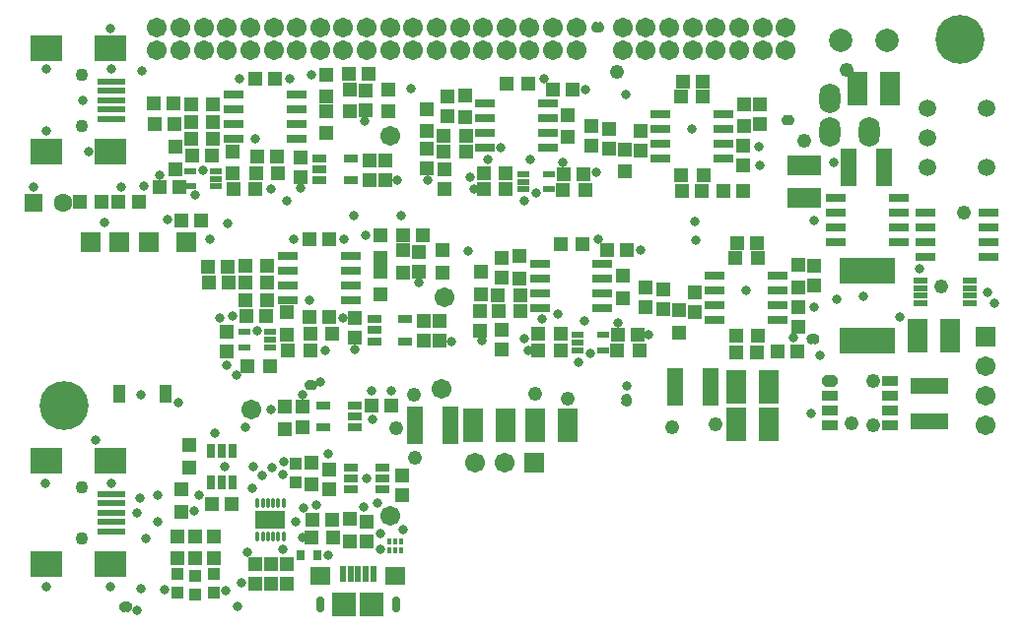
<source format=gts>
G04 Layer_Color=8388736*
%FSLAX43Y43*%
%MOMM*%
G71*
G01*
G75*
%ADD75R,0.250X0.900*%
%ADD76R,0.900X0.250*%
%ADD77R,2.703X2.203*%
%ADD78R,2.402X0.602*%
%ADD79R,1.703X1.703*%
%ADD80R,4.703X2.203*%
%ADD81R,0.350X0.620*%
%ADD82R,2.103X2.103*%
%ADD83R,1.803X1.603*%
%ADD84R,0.500X1.450*%
%ADD85R,1.103X1.603*%
%ADD86R,1.290X0.490*%
%ADD87R,1.010X0.510*%
%ADD88R,1.003X1.003*%
%ADD89R,0.803X1.253*%
%ADD90R,1.253X0.803*%
G04:AMPARAMS|DCode=91|XSize=0.965mm|YSize=1.346mm|CornerRadius=0mm|HoleSize=0mm|Usage=FLASHONLY|Rotation=270.000|XOffset=0mm|YOffset=0mm|HoleType=Round|Shape=Octagon|*
%AMOCTAGOND91*
4,1,8,0.673,0.241,0.673,-0.241,0.432,-0.483,-0.432,-0.483,-0.673,-0.241,-0.673,0.241,-0.432,0.483,0.432,0.483,0.673,0.241,0.0*
%
%ADD91OCTAGOND91*%

%ADD92R,1.346X0.965*%
%ADD93R,1.690X0.740*%
%ADD94R,0.740X0.940*%
%ADD95R,1.403X3.203*%
%ADD96R,3.203X1.403*%
%ADD97R,1.203X1.203*%
%ADD98R,1.203X1.203*%
%ADD99R,1.803X2.903*%
%ADD100R,2.903X1.803*%
%ADD101R,1.303X1.203*%
%ADD102R,1.203X1.303*%
%ADD103O,0.310X0.910*%
%ADD104R,2.610X1.610*%
%ADD105C,1.103*%
%ADD106C,1.703*%
%ADD107O,0.703X1.403*%
%ADD108C,1.600*%
%ADD109R,1.600X1.600*%
%ADD110C,1.503*%
%ADD111C,4.203*%
%ADD112O,1.803X2.603*%
%ADD113C,2.003*%
%ADD114R,1.703X1.703*%
%ADD115C,0.813*%
%ADD116C,1.219*%
G36*
X52413Y19472D02*
X52423Y19469D01*
X52570Y19409D01*
X52578Y19404D01*
X52586Y19398D01*
X52699Y19285D01*
X52705Y19277D01*
X52710Y19269D01*
X52770Y19122D01*
X52773Y19112D01*
X52774Y19103D01*
Y19023D01*
X52773Y19013D01*
X52770Y19004D01*
X52766Y18995D01*
X52760Y18987D01*
X52752Y18981D01*
X52743Y18977D01*
X52734Y18974D01*
X52724Y18973D01*
X51924D01*
X51914Y18974D01*
X51905Y18977D01*
X51896Y18981D01*
X51888Y18987D01*
X51882Y18995D01*
X51878Y19004D01*
X51875Y19013D01*
X51874Y19023D01*
Y19103D01*
X51875Y19112D01*
X51875Y19115D01*
X51878Y19122D01*
X51938Y19269D01*
X51943Y19277D01*
X51949Y19285D01*
X52062Y19398D01*
X52069Y19404D01*
X52078Y19409D01*
X52225Y19469D01*
X52235Y19472D01*
X52244Y19473D01*
X52404D01*
X52413Y19472D01*
D02*
G37*
G36*
X25107Y20693D02*
X25116Y20690D01*
X25125Y20686D01*
X25132Y20679D01*
X25139Y20672D01*
X25143Y20663D01*
X25146Y20654D01*
X25147Y20644D01*
Y19844D01*
X25146Y19834D01*
X25143Y19825D01*
X25139Y19816D01*
X25132Y19808D01*
X25125Y19802D01*
X25116Y19797D01*
X25107Y19795D01*
X25097Y19794D01*
X25017D01*
X25007Y19795D01*
X25005Y19795D01*
X24998Y19797D01*
X24851Y19858D01*
X24842Y19863D01*
X24835Y19869D01*
X24722Y19982D01*
X24716Y19989D01*
X24711Y19998D01*
X24650Y20145D01*
X24648Y20154D01*
X24647Y20164D01*
Y20244D01*
Y20323D01*
X24648Y20333D01*
X24648Y20335D01*
X24650Y20343D01*
X24711Y20490D01*
X24716Y20498D01*
X24722Y20506D01*
X24835Y20618D01*
X24842Y20625D01*
X24851Y20629D01*
X24998Y20690D01*
X25007Y20693D01*
X25017Y20694D01*
X25097D01*
X25107Y20693D01*
D02*
G37*
G36*
X25386D02*
X25396Y20690D01*
X25543Y20629D01*
X25551Y20625D01*
X25559Y20618D01*
X25671Y20506D01*
X25678Y20498D01*
X25682Y20490D01*
X25743Y20343D01*
X25746Y20333D01*
X25747Y20323D01*
Y20244D01*
Y20164D01*
X25746Y20154D01*
X25743Y20145D01*
X25682Y19998D01*
X25678Y19989D01*
X25671Y19982D01*
X25559Y19869D01*
X25551Y19863D01*
X25543Y19858D01*
X25396Y19797D01*
X25386Y19795D01*
X25376Y19794D01*
X25297D01*
X25287Y19795D01*
X25278Y19797D01*
X25269Y19802D01*
X25261Y19808D01*
X25255Y19816D01*
X25250Y19825D01*
X25248Y19834D01*
X25247Y19844D01*
Y20644D01*
X25248Y20654D01*
X25250Y20663D01*
X25255Y20672D01*
X25261Y20679D01*
X25269Y20686D01*
X25278Y20690D01*
X25287Y20693D01*
X25297Y20694D01*
X25376D01*
X25386Y20693D01*
D02*
G37*
G36*
X9232Y1618D02*
X9241Y1615D01*
X9250Y1610D01*
X9257Y1604D01*
X9264Y1596D01*
X9268Y1588D01*
X9271Y1578D01*
X9272Y1568D01*
Y768D01*
X9271Y759D01*
X9268Y749D01*
X9264Y740D01*
X9257Y733D01*
X9250Y727D01*
X9241Y722D01*
X9232Y719D01*
X9222Y718D01*
X9142D01*
X9132Y719D01*
X9130Y720D01*
X9123Y722D01*
X8976Y783D01*
X8967Y788D01*
X8960Y794D01*
X8847Y906D01*
X8841Y914D01*
X8836Y923D01*
X8775Y1070D01*
X8773Y1079D01*
X8772Y1089D01*
Y1168D01*
Y1248D01*
X8773Y1258D01*
X8773Y1260D01*
X8775Y1267D01*
X8836Y1414D01*
X8841Y1423D01*
X8847Y1431D01*
X8960Y1543D01*
X8967Y1549D01*
X8976Y1554D01*
X9123Y1615D01*
X9132Y1618D01*
X9142Y1619D01*
X9222D01*
X9232Y1618D01*
D02*
G37*
G36*
X9511D02*
X9521Y1615D01*
X9668Y1554D01*
X9676Y1549D01*
X9684Y1543D01*
X9796Y1431D01*
X9803Y1423D01*
X9807Y1414D01*
X9868Y1267D01*
X9871Y1258D01*
X9872Y1248D01*
Y1168D01*
Y1089D01*
X9871Y1079D01*
X9868Y1070D01*
X9807Y923D01*
X9803Y914D01*
X9796Y906D01*
X9684Y794D01*
X9676Y788D01*
X9668Y783D01*
X9521Y722D01*
X9511Y719D01*
X9501Y718D01*
X9422D01*
X9412Y719D01*
X9403Y722D01*
X9394Y727D01*
X9386Y733D01*
X9380Y740D01*
X9375Y749D01*
X9373Y759D01*
X9372Y768D01*
Y1568D01*
X9373Y1578D01*
X9375Y1588D01*
X9380Y1596D01*
X9386Y1604D01*
X9394Y1610D01*
X9403Y1615D01*
X9412Y1618D01*
X9422Y1619D01*
X9501D01*
X9511Y1618D01*
D02*
G37*
G36*
X52734Y18872D02*
X52743Y18869D01*
X52752Y18865D01*
X52760Y18859D01*
X52766Y18851D01*
X52770Y18842D01*
X52773Y18833D01*
X52774Y18823D01*
Y18743D01*
X52773Y18734D01*
X52770Y18724D01*
X52710Y18577D01*
X52705Y18569D01*
X52699Y18561D01*
X52586Y18448D01*
X52578Y18442D01*
X52570Y18437D01*
X52423Y18377D01*
X52413Y18374D01*
X52404Y18373D01*
X52244D01*
X52235Y18374D01*
X52232Y18374D01*
X52225Y18377D01*
X52078Y18437D01*
X52069Y18442D01*
X52062Y18448D01*
X51949Y18561D01*
X51943Y18569D01*
X51938Y18577D01*
X51878Y18724D01*
X51875Y18734D01*
X51874Y18743D01*
Y18823D01*
X51875Y18833D01*
X51878Y18842D01*
X51882Y18851D01*
X51888Y18859D01*
X51896Y18865D01*
X51905Y18869D01*
X51914Y18872D01*
X51924Y18873D01*
X52724D01*
X52734Y18872D01*
D02*
G37*
G36*
X66382Y43477D02*
X66391Y43474D01*
X66538Y43413D01*
X66547Y43408D01*
X66554Y43402D01*
X66667Y43290D01*
X66673Y43282D01*
X66678Y43273D01*
X66739Y43126D01*
X66742Y43117D01*
X66743Y43107D01*
Y43028D01*
Y42948D01*
X66742Y42938D01*
X66739Y42929D01*
X66678Y42782D01*
X66673Y42773D01*
X66667Y42765D01*
X66555Y42653D01*
X66547Y42647D01*
X66538Y42642D01*
X66391Y42581D01*
X66382Y42578D01*
X66372Y42577D01*
X66292D01*
X66283Y42578D01*
X66273Y42581D01*
X66264Y42586D01*
X66257Y42592D01*
X66251Y42600D01*
X66246Y42608D01*
X66243Y42618D01*
X66242Y42628D01*
Y43428D01*
X66243Y43437D01*
X66246Y43447D01*
X66251Y43456D01*
X66257Y43463D01*
X66264Y43469D01*
X66273Y43474D01*
X66283Y43477D01*
X66292Y43478D01*
X66372D01*
X66382Y43477D01*
D02*
G37*
G36*
X49770Y51452D02*
X49779Y51450D01*
X49788Y51445D01*
X49796Y51439D01*
X49802Y51431D01*
X49807Y51422D01*
X49809Y51413D01*
X49810Y51403D01*
Y50603D01*
X49809Y50593D01*
X49807Y50584D01*
X49802Y50575D01*
X49796Y50568D01*
X49788Y50561D01*
X49779Y50557D01*
X49770Y50554D01*
X49760Y50553D01*
X49681D01*
X49671Y50554D01*
X49669Y50555D01*
X49661Y50557D01*
X49514Y50618D01*
X49506Y50622D01*
X49498Y50629D01*
X49386Y50741D01*
X49379Y50749D01*
X49375Y50757D01*
X49314Y50904D01*
X49311Y50914D01*
X49310Y50924D01*
Y51003D01*
Y51083D01*
X49311Y51093D01*
X49312Y51095D01*
X49314Y51102D01*
X49375Y51249D01*
X49379Y51258D01*
X49386Y51265D01*
X49498Y51378D01*
X49506Y51384D01*
X49514Y51389D01*
X49661Y51450D01*
X49671Y51452D01*
X49681Y51453D01*
X49760D01*
X49770Y51452D01*
D02*
G37*
G36*
X50050D02*
X50059Y51450D01*
X50206Y51389D01*
X50215Y51384D01*
X50222Y51378D01*
X50335Y51265D01*
X50341Y51258D01*
X50346Y51249D01*
X50407Y51102D01*
X50409Y51093D01*
X50410Y51083D01*
Y51003D01*
Y50924D01*
X50409Y50914D01*
X50407Y50904D01*
X50346Y50757D01*
X50341Y50749D01*
X50335Y50741D01*
X50222Y50629D01*
X50215Y50622D01*
X50206Y50618D01*
X50059Y50557D01*
X50050Y50554D01*
X50040Y50553D01*
X49960D01*
X49950Y50554D01*
X49941Y50557D01*
X49932Y50561D01*
X49925Y50568D01*
X49918Y50575D01*
X49914Y50584D01*
X49911Y50593D01*
X49910Y50603D01*
Y51403D01*
X49911Y51413D01*
X49914Y51422D01*
X49918Y51431D01*
X49925Y51439D01*
X49932Y51445D01*
X49941Y51450D01*
X49950Y51452D01*
X49960Y51453D01*
X50040D01*
X50050Y51452D01*
D02*
G37*
G36*
X68261Y24655D02*
X68271Y24653D01*
X68279Y24648D01*
X68287Y24642D01*
X68293Y24634D01*
X68298Y24625D01*
X68301Y24616D01*
X68302Y24606D01*
Y23806D01*
X68301Y23796D01*
X68298Y23787D01*
X68293Y23778D01*
X68287Y23771D01*
X68279Y23764D01*
X68271Y23760D01*
X68261Y23757D01*
X68251Y23756D01*
X68172D01*
X68162Y23757D01*
X68160Y23758D01*
X68153Y23760D01*
X68006Y23821D01*
X67997Y23825D01*
X67989Y23832D01*
X67877Y23944D01*
X67871Y23952D01*
X67866Y23960D01*
X67805Y24107D01*
X67802Y24117D01*
X67801Y24127D01*
Y24206D01*
Y24286D01*
X67802Y24296D01*
X67803Y24298D01*
X67805Y24305D01*
X67866Y24452D01*
X67871Y24461D01*
X67877Y24468D01*
X67989Y24581D01*
X67997Y24587D01*
X68006Y24592D01*
X68153Y24653D01*
X68162Y24655D01*
X68172Y24656D01*
X68251D01*
X68261Y24655D01*
D02*
G37*
G36*
X68541D02*
X68550Y24653D01*
X68697Y24592D01*
X68706Y24587D01*
X68714Y24581D01*
X68826Y24468D01*
X68832Y24461D01*
X68837Y24452D01*
X68898Y24305D01*
X68901Y24296D01*
X68902Y24286D01*
Y24206D01*
Y24127D01*
X68901Y24117D01*
X68898Y24107D01*
X68837Y23960D01*
X68832Y23952D01*
X68826Y23944D01*
X68714Y23832D01*
X68706Y23825D01*
X68697Y23821D01*
X68550Y23760D01*
X68541Y23757D01*
X68531Y23756D01*
X68451D01*
X68442Y23757D01*
X68432Y23760D01*
X68423Y23764D01*
X68416Y23771D01*
X68410Y23778D01*
X68405Y23787D01*
X68402Y23796D01*
X68401Y23806D01*
Y24606D01*
X68402Y24616D01*
X68405Y24625D01*
X68410Y24634D01*
X68416Y24642D01*
X68423Y24648D01*
X68432Y24653D01*
X68442Y24655D01*
X68451Y24656D01*
X68531D01*
X68541Y24655D01*
D02*
G37*
G36*
X66102Y43477D02*
X66112Y43474D01*
X66120Y43469D01*
X66128Y43463D01*
X66134Y43456D01*
X66139Y43447D01*
X66142Y43437D01*
X66143Y43428D01*
Y42628D01*
X66142Y42618D01*
X66139Y42608D01*
X66134Y42600D01*
X66128Y42592D01*
X66120Y42586D01*
X66112Y42581D01*
X66102Y42578D01*
X66092Y42577D01*
X66013D01*
X66003Y42578D01*
X66001Y42579D01*
X65994Y42581D01*
X65847Y42642D01*
X65838Y42647D01*
X65830Y42653D01*
X65718Y42765D01*
X65712Y42773D01*
X65707Y42782D01*
X65646Y42929D01*
X65643Y42938D01*
X65642Y42948D01*
Y43028D01*
Y43107D01*
X65643Y43117D01*
X65644Y43119D01*
X65646Y43126D01*
X65707Y43273D01*
X65712Y43282D01*
X65718Y43290D01*
X65830Y43402D01*
X65838Y43408D01*
X65847Y43413D01*
X65994Y43474D01*
X66003Y43477D01*
X66013Y43478D01*
X66092D01*
X66102Y43477D01*
D02*
G37*
D75*
X49860Y51003D02*
D03*
X25197Y20244D02*
D03*
X68351Y24206D02*
D03*
X66192Y43028D02*
D03*
X9322Y1168D02*
D03*
D76*
X52324Y18923D02*
D03*
D77*
X2500Y4800D02*
D03*
Y13700D02*
D03*
X8000Y4800D02*
D03*
Y13700D02*
D03*
Y49200D02*
D03*
Y40300D02*
D03*
X2500Y49200D02*
D03*
Y40300D02*
D03*
D78*
X8100Y7650D02*
D03*
Y8450D02*
D03*
Y9250D02*
D03*
Y10050D02*
D03*
Y10850D02*
D03*
Y46350D02*
D03*
Y45550D02*
D03*
Y44750D02*
D03*
Y43950D02*
D03*
Y43150D02*
D03*
D79*
X14513Y32490D02*
D03*
X11263D02*
D03*
X8763D02*
D03*
X6263D02*
D03*
X44399Y13589D02*
D03*
D80*
X73025Y24051D02*
D03*
Y30051D02*
D03*
D81*
X31961Y6786D02*
D03*
X32461D02*
D03*
X32961D02*
D03*
Y6016D02*
D03*
X32461D02*
D03*
X31961D02*
D03*
D82*
X30461Y1346D02*
D03*
X28061D02*
D03*
D83*
X32461Y3796D02*
D03*
X26061D02*
D03*
D84*
X30561Y4021D02*
D03*
X29911D02*
D03*
X29261D02*
D03*
X28611D02*
D03*
X27961D02*
D03*
D85*
X8719Y19507D02*
D03*
X12719D02*
D03*
D86*
X81794Y27926D02*
D03*
X77574D02*
D03*
X81794Y27276D02*
D03*
Y28576D02*
D03*
Y29226D02*
D03*
X77574Y27276D02*
D03*
Y28576D02*
D03*
Y29226D02*
D03*
D87*
X48149Y24526D02*
D03*
Y23876D02*
D03*
Y23226D02*
D03*
X50349D02*
D03*
Y24526D02*
D03*
X43477Y38369D02*
D03*
Y37719D02*
D03*
Y37069D02*
D03*
X45677D02*
D03*
Y38369D02*
D03*
X17063Y37323D02*
D03*
Y37973D02*
D03*
Y38623D02*
D03*
X14863D02*
D03*
Y37323D02*
D03*
X21735Y23480D02*
D03*
Y24130D02*
D03*
Y24780D02*
D03*
X19535D02*
D03*
Y23480D02*
D03*
D88*
X13716Y3975D02*
D03*
Y2375D02*
D03*
X16891Y3975D02*
D03*
Y2375D02*
D03*
X15265Y2210D02*
D03*
Y3810D02*
D03*
X23927Y11875D02*
D03*
Y13475D02*
D03*
D89*
X18501Y14583D02*
D03*
X17551D02*
D03*
X16601D02*
D03*
X17551Y11883D02*
D03*
X16601D02*
D03*
X18501D02*
D03*
D90*
X28673Y13142D02*
D03*
Y12192D02*
D03*
Y11242D02*
D03*
X31373Y12192D02*
D03*
Y11242D02*
D03*
Y13142D02*
D03*
X26256Y18501D02*
D03*
Y16601D02*
D03*
X28956Y18501D02*
D03*
Y17551D02*
D03*
Y16601D02*
D03*
X33335Y24003D02*
D03*
Y25903D02*
D03*
X30635Y24003D02*
D03*
Y24953D02*
D03*
Y25903D02*
D03*
X28663Y37846D02*
D03*
Y39746D02*
D03*
X25963Y37846D02*
D03*
Y38796D02*
D03*
Y39746D02*
D03*
D91*
X69774Y20574D02*
D03*
D92*
Y19304D02*
D03*
Y18034D02*
D03*
Y16764D02*
D03*
X74981D02*
D03*
Y18034D02*
D03*
Y19304D02*
D03*
Y20574D02*
D03*
D93*
X44861Y30649D02*
D03*
Y29379D02*
D03*
Y28109D02*
D03*
Y26839D02*
D03*
X50261D02*
D03*
Y28109D02*
D03*
Y29379D02*
D03*
Y30649D02*
D03*
X40189Y44492D02*
D03*
Y43222D02*
D03*
Y41952D02*
D03*
Y40682D02*
D03*
X45589D02*
D03*
Y41952D02*
D03*
Y43222D02*
D03*
Y44492D02*
D03*
X23266Y31377D02*
D03*
Y30107D02*
D03*
Y28837D02*
D03*
Y27567D02*
D03*
X28666D02*
D03*
Y28837D02*
D03*
Y30107D02*
D03*
Y31377D02*
D03*
X18594Y45220D02*
D03*
Y43950D02*
D03*
Y42680D02*
D03*
Y41410D02*
D03*
X23994D02*
D03*
Y42680D02*
D03*
Y43950D02*
D03*
Y45220D02*
D03*
X59899Y29687D02*
D03*
Y28417D02*
D03*
Y27147D02*
D03*
Y25877D02*
D03*
X65299D02*
D03*
Y27147D02*
D03*
Y28417D02*
D03*
Y29687D02*
D03*
X55227Y43530D02*
D03*
Y42260D02*
D03*
Y40990D02*
D03*
Y39720D02*
D03*
X60627D02*
D03*
Y40990D02*
D03*
Y42260D02*
D03*
Y43530D02*
D03*
X70325Y36322D02*
D03*
Y35052D02*
D03*
Y33782D02*
D03*
Y32512D02*
D03*
X75725D02*
D03*
Y33782D02*
D03*
Y35052D02*
D03*
Y36322D02*
D03*
X78000Y35105D02*
D03*
Y33835D02*
D03*
Y32565D02*
D03*
Y31295D02*
D03*
X83400D02*
D03*
Y32565D02*
D03*
Y33835D02*
D03*
Y35105D02*
D03*
D94*
X24344Y5613D02*
D03*
X25744D02*
D03*
D95*
X37160Y16764D02*
D03*
X34112D02*
D03*
X74422Y38989D02*
D03*
X71374D02*
D03*
X59563Y20066D02*
D03*
X56515D02*
D03*
D96*
X78359Y20193D02*
D03*
Y17145D02*
D03*
D97*
X44743Y23241D02*
D03*
X46643D02*
D03*
X40071Y37084D02*
D03*
X41971D02*
D03*
X46643Y24638D02*
D03*
X44743D02*
D03*
X41971Y38481D02*
D03*
X40071D02*
D03*
X23241Y23241D02*
D03*
X25141D02*
D03*
X18569Y37084D02*
D03*
X20469D02*
D03*
X27137Y7112D02*
D03*
X25237D02*
D03*
X46660Y32327D02*
D03*
X48560D02*
D03*
X41988Y46170D02*
D03*
X43888D02*
D03*
X61714Y24455D02*
D03*
X63614D02*
D03*
X57042Y38298D02*
D03*
X58942D02*
D03*
X21458Y27559D02*
D03*
X19558D02*
D03*
X16786Y41402D02*
D03*
X14886D02*
D03*
X19548Y29058D02*
D03*
X21448D02*
D03*
X14900Y42824D02*
D03*
X16800D02*
D03*
X43216Y26594D02*
D03*
X41316D02*
D03*
X38542Y40335D02*
D03*
X36642D02*
D03*
X43165Y27991D02*
D03*
X41265D02*
D03*
X38517Y41707D02*
D03*
X36617D02*
D03*
X63574Y31178D02*
D03*
X61674D02*
D03*
X58902Y45021D02*
D03*
X57002D02*
D03*
X25146Y24638D02*
D03*
X27046D02*
D03*
X20474Y38481D02*
D03*
X22374D02*
D03*
X19573Y30455D02*
D03*
X21473D02*
D03*
X14925Y44399D02*
D03*
X16825D02*
D03*
X5324Y35966D02*
D03*
X7224D02*
D03*
X21675Y21875D02*
D03*
X19775D02*
D03*
X46875Y36975D02*
D03*
X48775D02*
D03*
X51525Y23175D02*
D03*
X53425D02*
D03*
D98*
X23175Y26477D02*
D03*
Y24577D02*
D03*
X18503Y40320D02*
D03*
Y38420D02*
D03*
X22962Y18349D02*
D03*
Y16449D02*
D03*
X13767Y7236D02*
D03*
Y5336D02*
D03*
X14783Y15047D02*
D03*
Y13147D02*
D03*
X16866Y5311D02*
D03*
Y7211D02*
D03*
X15291D02*
D03*
Y5311D02*
D03*
X14097Y11262D02*
D03*
Y9362D02*
D03*
X28575Y6822D02*
D03*
Y8722D02*
D03*
X25248Y11674D02*
D03*
Y13574D02*
D03*
X56869Y26665D02*
D03*
Y24765D02*
D03*
X52197Y40508D02*
D03*
Y38608D02*
D03*
X51979Y27741D02*
D03*
Y29641D02*
D03*
X47307Y41584D02*
D03*
Y43484D02*
D03*
X67070Y28661D02*
D03*
Y30561D02*
D03*
X62398Y42504D02*
D03*
Y44404D02*
D03*
X39802Y28057D02*
D03*
Y29957D02*
D03*
X35154Y42052D02*
D03*
Y43952D02*
D03*
X31215Y29972D02*
D03*
Y28072D02*
D03*
X26543Y43815D02*
D03*
Y41915D02*
D03*
X36549Y29911D02*
D03*
Y31811D02*
D03*
X31877Y43754D02*
D03*
Y45654D02*
D03*
X43114Y29403D02*
D03*
Y31303D02*
D03*
X38442Y43246D02*
D03*
Y45146D02*
D03*
X33147Y29936D02*
D03*
Y31836D02*
D03*
X28536Y43754D02*
D03*
Y45654D02*
D03*
X26543Y46924D02*
D03*
Y45024D02*
D03*
X31215Y33081D02*
D03*
Y31181D02*
D03*
X13550Y38800D02*
D03*
Y40700D02*
D03*
D99*
X61719Y16891D02*
D03*
X64519D02*
D03*
X61716Y20066D02*
D03*
X64516D02*
D03*
X77300Y24500D02*
D03*
X80100D02*
D03*
X72133Y45720D02*
D03*
X74933D02*
D03*
X47272Y16764D02*
D03*
X44472D02*
D03*
X41964Y16739D02*
D03*
X39164D02*
D03*
D100*
X67564Y39119D02*
D03*
Y36319D02*
D03*
D101*
X18071Y30429D02*
D03*
X16371D02*
D03*
X13372Y44425D02*
D03*
X11672D02*
D03*
X13950Y37300D02*
D03*
X12250D02*
D03*
X30455Y18491D02*
D03*
X32155D02*
D03*
X18376Y10008D02*
D03*
X16676D02*
D03*
X27012Y8636D02*
D03*
X25312D02*
D03*
X66990Y23114D02*
D03*
X65290D02*
D03*
X62318Y36957D02*
D03*
X60618D02*
D03*
X52347Y31845D02*
D03*
X50647D02*
D03*
X47675Y45688D02*
D03*
X45975D02*
D03*
X51550Y24600D02*
D03*
X53250D02*
D03*
X46925Y38400D02*
D03*
X48625D02*
D03*
X18122Y29058D02*
D03*
X16422D02*
D03*
X13472Y42672D02*
D03*
X11772D02*
D03*
X25058Y26060D02*
D03*
X26758D02*
D03*
X20574Y39878D02*
D03*
X22274D02*
D03*
X25119Y32766D02*
D03*
X26819D02*
D03*
X20447Y46609D02*
D03*
X22147D02*
D03*
X63488Y23058D02*
D03*
X61788D02*
D03*
X58816Y36901D02*
D03*
X57116D02*
D03*
X21358Y26162D02*
D03*
X19658D02*
D03*
X16686Y40005D02*
D03*
X14986D02*
D03*
X34859Y33147D02*
D03*
X33159D02*
D03*
X30187Y46990D02*
D03*
X28487D02*
D03*
X61825Y32473D02*
D03*
X63525D02*
D03*
X57153Y46316D02*
D03*
X58853D02*
D03*
X15811Y34417D02*
D03*
X14111D02*
D03*
X8700Y35975D02*
D03*
X10400D02*
D03*
D102*
X17975Y23150D02*
D03*
Y24850D02*
D03*
X24486Y16651D02*
D03*
Y18351D02*
D03*
X29972Y6821D02*
D03*
Y8521D02*
D03*
X20472Y4863D02*
D03*
Y3163D02*
D03*
X21819Y4838D02*
D03*
Y3138D02*
D03*
X23165Y4851D02*
D03*
Y3151D02*
D03*
X33020Y12432D02*
D03*
Y10732D02*
D03*
X26797Y11291D02*
D03*
Y12991D02*
D03*
X36256Y24042D02*
D03*
Y25742D02*
D03*
X31584Y37885D02*
D03*
Y39585D02*
D03*
X34517Y30011D02*
D03*
Y31711D02*
D03*
X29947Y43854D02*
D03*
Y45554D02*
D03*
X55475Y26729D02*
D03*
Y28429D02*
D03*
X50803Y40572D02*
D03*
Y42272D02*
D03*
X53948Y26963D02*
D03*
Y28663D02*
D03*
X49276Y40806D02*
D03*
Y42506D02*
D03*
X68441Y28829D02*
D03*
Y30529D02*
D03*
X63769Y42672D02*
D03*
Y44372D02*
D03*
X41590Y29503D02*
D03*
Y31203D02*
D03*
X36918Y43346D02*
D03*
Y45046D02*
D03*
X41580Y25031D02*
D03*
Y23331D02*
D03*
X36678Y38772D02*
D03*
Y37072D02*
D03*
X39776Y24931D02*
D03*
Y26631D02*
D03*
X35154Y38901D02*
D03*
Y40601D02*
D03*
X67044Y26948D02*
D03*
Y25248D02*
D03*
X62372Y40791D02*
D03*
Y39091D02*
D03*
X58219Y26526D02*
D03*
Y28226D02*
D03*
X53547Y40369D02*
D03*
Y42069D02*
D03*
X34898Y25742D02*
D03*
Y24042D02*
D03*
X30226Y39585D02*
D03*
Y37885D02*
D03*
X29017Y25996D02*
D03*
Y24296D02*
D03*
X24345Y39839D02*
D03*
Y38139D02*
D03*
D103*
X20617Y7211D02*
D03*
X21067D02*
D03*
X21517D02*
D03*
X21967D02*
D03*
X22417D02*
D03*
X22867D02*
D03*
Y10111D02*
D03*
X22417D02*
D03*
X21967D02*
D03*
X21517D02*
D03*
X21067D02*
D03*
X20617D02*
D03*
D104*
X21742Y8661D02*
D03*
D105*
X5500Y7050D02*
D03*
Y11450D02*
D03*
Y46950D02*
D03*
Y42550D02*
D03*
D106*
X41859Y13589D02*
D03*
X39319D02*
D03*
X66000Y51000D02*
D03*
Y49000D02*
D03*
X64000Y51000D02*
D03*
Y49000D02*
D03*
X62000Y51000D02*
D03*
Y49000D02*
D03*
X60000Y51000D02*
D03*
Y49000D02*
D03*
X58000Y51000D02*
D03*
Y49000D02*
D03*
X56000Y51000D02*
D03*
Y49000D02*
D03*
X54000Y51000D02*
D03*
Y49000D02*
D03*
X52000Y51000D02*
D03*
Y49000D02*
D03*
X48000Y51000D02*
D03*
Y49000D02*
D03*
X46000Y51000D02*
D03*
Y49000D02*
D03*
X44000Y51000D02*
D03*
Y49000D02*
D03*
X42000Y51000D02*
D03*
Y49000D02*
D03*
X40000Y51000D02*
D03*
Y49000D02*
D03*
X38000Y51000D02*
D03*
Y49000D02*
D03*
X36000Y51000D02*
D03*
Y49000D02*
D03*
X34000Y51000D02*
D03*
Y49000D02*
D03*
X32000Y51000D02*
D03*
Y49000D02*
D03*
X30000Y51000D02*
D03*
Y49000D02*
D03*
X28000Y51000D02*
D03*
Y49000D02*
D03*
X26000Y51000D02*
D03*
Y49000D02*
D03*
X24000Y51000D02*
D03*
Y49000D02*
D03*
X22000Y51000D02*
D03*
Y49000D02*
D03*
X20000Y51000D02*
D03*
Y49000D02*
D03*
X18000Y51000D02*
D03*
Y49000D02*
D03*
X16000Y51000D02*
D03*
Y49000D02*
D03*
X14000Y51000D02*
D03*
Y49000D02*
D03*
X12000Y51000D02*
D03*
Y49000D02*
D03*
X32000Y9000D02*
D03*
X20066Y18161D02*
D03*
X36676Y27813D02*
D03*
X32004Y41656D02*
D03*
X36449Y19939D02*
D03*
X83200Y16760D02*
D03*
Y19300D02*
D03*
Y21840D02*
D03*
D107*
X25984Y1346D02*
D03*
X32563D02*
D03*
D108*
X3937Y35941D02*
D03*
D109*
X1397D02*
D03*
D110*
X78200Y41500D02*
D03*
Y44040D02*
D03*
Y38960D02*
D03*
X83280D02*
D03*
Y44040D02*
D03*
D111*
X81000Y50000D02*
D03*
X4000Y18500D02*
D03*
D112*
X69800Y42000D02*
D03*
Y44900D02*
D03*
X73200Y42000D02*
D03*
D113*
X74700Y49900D02*
D03*
X70700D02*
D03*
D114*
X83200Y24380D02*
D03*
D115*
X70383Y27635D02*
D03*
X68148Y17755D02*
D03*
X72644Y27864D02*
D03*
X75794Y26111D02*
D03*
X68448Y26948D02*
D03*
X5639Y44755D02*
D03*
X11049Y7010D02*
D03*
X10500Y10500D02*
D03*
X10312Y9246D02*
D03*
X12040Y8458D02*
D03*
X6680Y15545D02*
D03*
X2438Y11786D02*
D03*
X2489Y2870D02*
D03*
X8001D02*
D03*
Y50902D02*
D03*
X2489Y47422D02*
D03*
X2515Y42088D02*
D03*
X6121Y40310D02*
D03*
X8103Y47396D02*
D03*
X8100Y11800D02*
D03*
X63779Y39125D02*
D03*
X63667Y40779D02*
D03*
X68936Y22758D02*
D03*
X52324Y20193D02*
D03*
X26060Y20472D02*
D03*
X10262Y838D02*
D03*
X22835Y6071D02*
D03*
X31203Y6121D02*
D03*
X10871Y37313D02*
D03*
X12090Y10770D02*
D03*
X20218Y11328D02*
D03*
X17780Y13233D02*
D03*
X19583Y16586D02*
D03*
X15570Y10744D02*
D03*
X15189Y9373D02*
D03*
X16967Y16078D02*
D03*
X21000Y12500D02*
D03*
X21895Y13157D02*
D03*
X45034Y25883D02*
D03*
X10719Y47295D02*
D03*
X40437Y39675D02*
D03*
X38862Y38100D02*
D03*
X39243Y37084D02*
D03*
X44577Y36728D02*
D03*
X49200Y22936D02*
D03*
X45212Y46609D02*
D03*
X23100Y36125D02*
D03*
X18000Y21925D02*
D03*
X17375Y26025D02*
D03*
X19750Y5850D02*
D03*
X18525Y26150D02*
D03*
X18825Y21075D02*
D03*
X54250Y24600D02*
D03*
X51550Y25575D02*
D03*
X49725Y38550D02*
D03*
X46875Y39425D02*
D03*
X12250Y38250D02*
D03*
X15225Y36625D02*
D03*
X18085Y34138D02*
D03*
X12903Y34442D02*
D03*
X16561Y32817D02*
D03*
X8915Y37236D02*
D03*
X1397Y37287D02*
D03*
X58242Y32715D02*
D03*
X30455Y19736D02*
D03*
X31217Y7468D02*
D03*
X10592Y19380D02*
D03*
X29997Y12217D02*
D03*
X26670Y14326D02*
D03*
X23927Y8509D02*
D03*
X22885Y13665D02*
D03*
X22809Y12573D02*
D03*
X18872Y1219D02*
D03*
X10592Y2692D02*
D03*
X21768Y18136D02*
D03*
X24562Y9652D02*
D03*
X25654Y9931D02*
D03*
X30937Y10109D02*
D03*
X29718Y9728D02*
D03*
X32461Y3796D02*
D03*
X26061D02*
D03*
X24486Y7112D02*
D03*
X26695Y5613D02*
D03*
X33147Y7772D02*
D03*
X19228Y3200D02*
D03*
X12675Y2642D02*
D03*
X17882Y2591D02*
D03*
X83947Y27305D02*
D03*
X83312Y28194D02*
D03*
X21742Y8661D02*
D03*
X15963Y38735D02*
D03*
X20408Y41402D02*
D03*
X21805Y37084D02*
D03*
X48824Y45688D02*
D03*
X29845Y42926D02*
D03*
X19050Y46609D02*
D03*
X23368D02*
D03*
X57927Y42260D02*
D03*
X44069Y39624D02*
D03*
X35267Y37885D02*
D03*
X32639Y37846D02*
D03*
X25251Y46924D02*
D03*
X48741Y25781D02*
D03*
X43534Y24257D02*
D03*
X26477Y23241D02*
D03*
X25080Y27559D02*
D03*
X62599Y28417D02*
D03*
X37311Y24003D02*
D03*
X49884Y32766D02*
D03*
X53496Y31845D02*
D03*
X34517Y29083D02*
D03*
X28040Y32766D02*
D03*
X23722D02*
D03*
X39939Y24042D02*
D03*
X29923Y33081D02*
D03*
X20635Y24892D02*
D03*
X43915Y23241D02*
D03*
X43561Y36068D02*
D03*
X13818Y18745D02*
D03*
X24460Y19406D02*
D03*
X30480Y17323D02*
D03*
X32155Y19712D02*
D03*
X70100Y39400D02*
D03*
X33800Y45700D02*
D03*
X38700Y31800D02*
D03*
X48233Y22225D02*
D03*
X58200Y34300D02*
D03*
X28004Y25996D02*
D03*
X24345Y37145D02*
D03*
X52300Y45200D02*
D03*
X7500Y34200D02*
D03*
X66700Y24300D02*
D03*
X28900Y34800D02*
D03*
X33000D02*
D03*
X20300Y13200D02*
D03*
X29017Y23317D02*
D03*
X77470Y30226D02*
D03*
X41478Y40665D02*
D03*
X46457Y26340D02*
D03*
X68466Y34404D02*
D03*
D116*
X71679Y16967D02*
D03*
X73533Y16764D02*
D03*
X51537Y47193D02*
D03*
X47269Y19101D02*
D03*
X34163Y13970D02*
D03*
X44475Y19456D02*
D03*
X67564Y41275D02*
D03*
X71247Y47371D02*
D03*
X79375Y28702D02*
D03*
X59944Y16891D02*
D03*
X56261Y16637D02*
D03*
X81280Y35052D02*
D03*
X32512Y16510D02*
D03*
X34036Y19431D02*
D03*
X73533Y20574D02*
D03*
M02*

</source>
